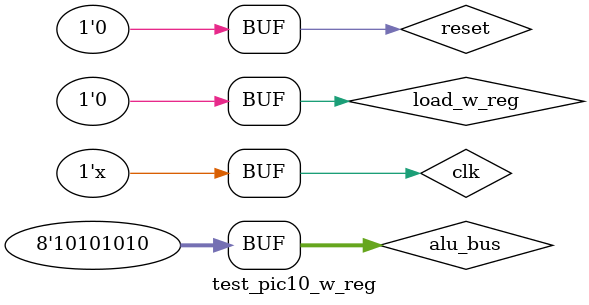
<source format=v>
module test_pic10_w_reg;

	// These are the output signals from the Device Under Test:
	wire [7:0] w_reg_bus;	// Primer operando de la ALU

	reg [7:0] alu_bus;		
	reg load_w_reg;			// Carga el valor de alu_bus en el registro W.
	reg reset;				
	reg clk;				

	pic10_w_reg m1(
		w_reg_bus,			
		alu_bus,			
		load_w_reg,			
		reset,				
		clk);				

	initial clk = 0;
	always #1 clk = ~clk;
	
	
// Confirmar reinicio de t = 5 a t = 10. Después de restablecer el registro
// debe borrarse y w_reg_bus debe leer 00h.
	initial 
	begin
		reset <= #5 1;
		reset <= #15 0;
	end

// Carga 55h en el registro en t = 20;
	initial 
	begin
		alu_bus <= #20 8'h55;
		load_w_reg <= #20 1;
		load_w_reg <= #25 0;
	end
	
	// carga AAh en el registro en t=30;
	initial 
	begin
		alu_bus <= #30 8'hAA;
		load_w_reg <= #30 1;
		load_w_reg <= #35 0;
	end

endmodule
</source>
